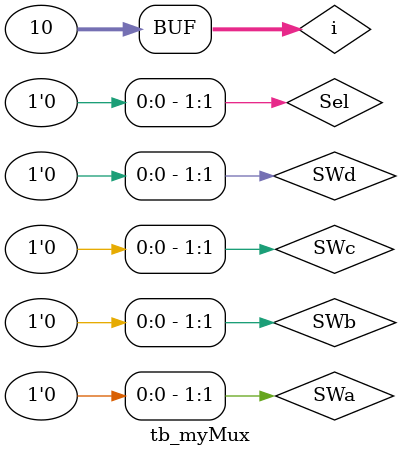
<source format=v>
`timescale 1ns/1ns

`define assert(act, exp) \
	if(act != exp) begin \
		$display("ASSERT FAILED: expected = %h, actual = %h\n", exp, act); \
		$finish; \
		end

module tb_myMux();

	parameter WIDTH = 2;
	reg[WIDTH-1:0] SWa;
	reg[WIDTH-1:0] SWb;
	reg[WIDTH-1:0] SWc;
	reg[WIDTH-1:0] SWd;
	reg[WIDTH-1:0] Sel;
	
	wire[WIDTH-1:0] out;
	
	integer i;
	
	myMux #(.WIDTH(WIDTH)) UUT
	(
		.SWa (SWa),
		.SWb (SWb),
		.SWc (SWc),
		.SWd (SWd),
		.Sel (Sel),
		.out (out)
	);
	
	initial begin
		$monitor($time, " SWa = %d, SWb = %d, SWc = %d, SWd = %d, Sel = %d, out = %d\n", SWa, SWb, SWc, SWd, Sel, out);
		#1; Sel = 0; SWa = 0; SWb = 0; SWc = 0; SWd = 0; 
		for(i = 0; i < 10; i = i + 1) begin
			#1; Sel = $urandom; SWa = $urandom; SWb = $urandom; SWc = $urandom; SWd = $urandom;
		end
	end

endmodule
</source>
